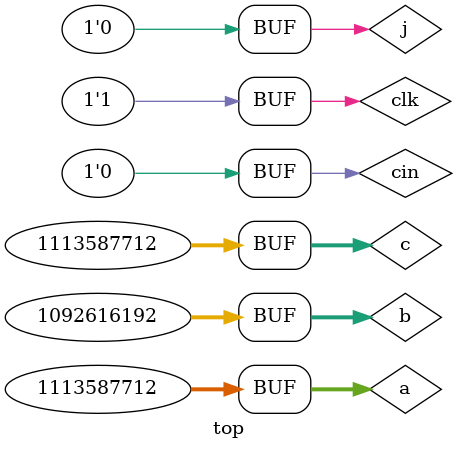
<source format=v>
`include "MAC.v"

module top;

reg [31:0]a, b, c;
reg cin,j;
wire [31:0]ans;
wire ovl;
reg clk;

MAC testmult(a,b,c,clk,ans);

initial
begin
    //    sxxxxyyyyxxxxyyyyxxxxyyyyxxxxyyy 
	a=32'b0_10000100_11000000000000000000000;//56
    b=32'b0_10000010_01000000000000000000000;//10
    c=32'b0_10000100_11000000000000000000000;//10
    cin=1'b0;
end

initial
begin
    #0 clk =1;
    for(j=0;j<100;j++)
        #5 clk=~clk;        
end

initial begin
	$monitor($time,"a = %b, b = %b, c = %b,\n Ans = %b\n",a,b,c,ans);
	end

endmodule

//0_10100000_00000100100001101001001--real
//0_10001110_11110111101000011110111
//0_10010000_00001000110110101010011
</source>
